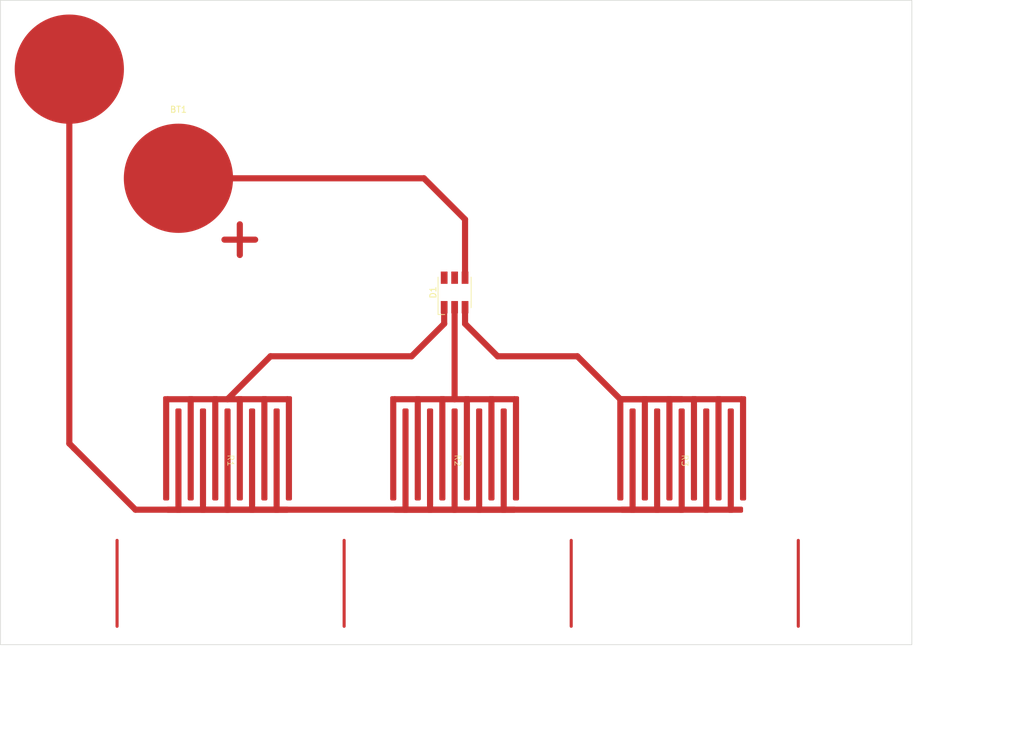
<source format=kicad_pcb>
(kicad_pcb (version 20221018) (generator pcbnew)
  (layers (0 "F.Cu" signal) (31 "B.Cu" signal) (34 "B.Paste" user) (35 "F.Paste" user) (36 "B.SilkS" user "B.Silkscreen") (37 "F.SilkS" user "F.Silkscreen") (38 "B.Mask" user) (39 "F.Mask" user) (44 "Edge.Cuts" user))
  (net 0 "")
  (net 1 "Net-(BT1-+)")
  (net 2 "Net-(BT1--)")
  (net 3 "Net-(D1-RA)")
  (net 4 "Net-(D1-GA)")
  (net 5 "Net-(D1-BA)")
  (footprint "LED_SMD:LED_RGB_5050-6" (layer "F.Cu") (at 109 92.6 90)
    (fp_text reference "D1" (at 0 -3.5 90) (layer "F.SilkS"))
    (fp_text value "LED_RGBK")
    (fp_line (start -3.6 -2.7) (end 2.5 -2.7) (stroke (width 0.12)) (layer "F.SilkS"))
    (fp_line (start -3.6 -1.6) (end -3.6 -2.7) (stroke (width 0.12)) (layer "F.SilkS"))
    (fp_line (start 2.5 2.7) (end -2.5 2.7) (stroke (width 0.12)) (layer "F.SilkS"))
    (pad "1" smd rect (at -2.4 -1.7 180) (size 1.1 2) (layers "F.Cu" "F.Paste" "F.Mask") (net 3 "Net-(D1-RA)"))
    (pad "2" smd rect (at -2.4 0 180) (size 1.1 2) (layers "F.Cu" "F.Paste" "F.Mask") (net 4 "Net-(D1-GA)"))
    (pad "3" smd rect (at -2.4 1.7 180) (size 1.1 2) (layers "F.Cu" "F.Paste" "F.Mask") (net 5 "Net-(D1-BA)"))
    (pad "4" smd rect (at 2.4 1.7 180) (size 1.1 2) (layers "F.Cu" "F.Paste" "F.Mask") (net 2 "Net-(BT1--)"))
    (pad "5" smd rect (at 2.4 0 180) (size 1.1 2) (layers "F.Cu" "F.Paste" "F.Mask"))
    (pad "6" smd rect (at 2.4 -1.7 180) (size 1.1 2) (layers "F.Cu" "F.Paste" "F.Mask"))
  )
  (footprint "CHAIR:Humidity_Sensor_Printed_Electronics" (layer "F.Cu") (at 72 120 -90)
    (fp_text reference "R1" (at 0 -0.5 -90 unlocked) (layer "F.SilkS") (effects (font (thickness 0.1))))
    (fp_text value "R_Variable")
    (pad "1" smd roundrect (at -10 0 270) (size 1 20) (layers "F.Cu" "F.Paste" "F.Mask") (net 3 "Net-(D1-RA)"))
    (pad "1" smd roundrect (at -2 -10) (size 1 17) (layers "F.Cu" "F.Paste" "F.Mask") (net 3 "Net-(D1-RA)"))
    (pad "1" smd roundrect (at -2 -6) (size 1 17) (layers "F.Cu" "F.Paste" "F.Mask") (net 3 "Net-(D1-RA)"))
    (pad "1" smd roundrect (at -2 -2) (size 1 17) (layers "F.Cu" "F.Paste" "F.Mask") (net 3 "Net-(D1-RA)"))
    (pad "1" smd roundrect (at -2 2) (size 1 17) (layers "F.Cu" "F.Paste" "F.Mask") (net 3 "Net-(D1-RA)"))
    (pad "1" smd roundrect (at -2 6) (size 1 17) (layers "F.Cu" "F.Paste" "F.Mask") (net 3 "Net-(D1-RA)"))
    (pad "1" smd roundrect (at -2 10) (size 1 17) (layers "F.Cu" "F.Paste" "F.Mask") (net 3 "Net-(D1-RA)"))
    (pad "2" smd roundrect (at 0 -8) (size 1 17) (layers "F.Cu" "F.Paste" "F.Mask") (net 1 "Net-(BT1-+)"))
    (pad "2" smd roundrect (at 0 -4) (size 1 17) (layers "F.Cu" "F.Paste" "F.Mask") (net 1 "Net-(BT1-+)"))
    (pad "2" smd roundrect (at 0 0) (size 1 17) (layers "F.Cu" "F.Paste" "F.Mask") (net 1 "Net-(BT1-+)"))
    (pad "2" smd roundrect (at 0 4) (size 1 17) (layers "F.Cu" "F.Paste" "F.Mask") (net 1 "Net-(BT1-+)"))
    (pad "2" smd roundrect (at 0 8) (size 1 17) (layers "F.Cu" "F.Paste" "F.Mask") (net 1 "Net-(BT1-+)"))
    (pad "2" smd roundrect (at 8 0 270) (size 1 20) (layers "F.Cu" "F.Paste" "F.Mask") (net 1 "Net-(BT1-+)"))
  )
  (footprint "CHAIR:Humidity_Sensor_Printed_Electronics" (layer "F.Cu") (at 109 120 -90)
    (fp_text reference "R2" (at 0 -0.5 -90 unlocked) (layer "F.SilkS") (effects (font (thickness 0.1))))
    (fp_text value "R_Variable")
    (pad "1" smd roundrect (at -10 0 270) (size 1 20) (layers "F.Cu" "F.Paste" "F.Mask") (net 4 "Net-(D1-GA)"))
    (pad "1" smd roundrect (at -2 -10) (size 1 17) (layers "F.Cu" "F.Paste" "F.Mask") (net 4 "Net-(D1-GA)"))
    (pad "1" smd roundrect (at -2 -6) (size 1 17) (layers "F.Cu" "F.Paste" "F.Mask") (net 4 "Net-(D1-GA)"))
    (pad "1" smd roundrect (at -2 -2) (size 1 17) (layers "F.Cu" "F.Paste" "F.Mask") (net 4 "Net-(D1-GA)"))
    (pad "1" smd roundrect (at -2 2) (size 1 17) (layers "F.Cu" "F.Paste" "F.Mask") (net 4 "Net-(D1-GA)"))
    (pad "1" smd roundrect (at -2 6) (size 1 17) (layers "F.Cu" "F.Paste" "F.Mask") (net 4 "Net-(D1-GA)"))
    (pad "1" smd roundrect (at -2 10) (size 1 17) (layers "F.Cu" "F.Paste" "F.Mask") (net 4 "Net-(D1-GA)"))
    (pad "2" smd roundrect (at 0 -8) (size 1 17) (layers "F.Cu" "F.Paste" "F.Mask") (net 1 "Net-(BT1-+)"))
    (pad "2" smd roundrect (at 0 -4) (size 1 17) (layers "F.Cu" "F.Paste" "F.Mask") (net 1 "Net-(BT1-+)"))
    (pad "2" smd roundrect (at 0 0) (size 1 17) (layers "F.Cu" "F.Paste" "F.Mask") (net 1 "Net-(BT1-+)"))
    (pad "2" smd roundrect (at 0 4) (size 1 17) (layers "F.Cu" "F.Paste" "F.Mask") (net 1 "Net-(BT1-+)"))
    (pad "2" smd roundrect (at 0 8) (size 1 17) (layers "F.Cu" "F.Paste" "F.Mask") (net 1 "Net-(BT1-+)"))
    (pad "2" smd roundrect (at 8 0 270) (size 1 20) (layers "F.Cu" "F.Paste" "F.Mask") (net 1 "Net-(BT1-+)"))
  )
  (footprint "CHAIR:BatteryHolder_2032_Printed_Electronics" (layer "F.Cu") (at 64 74)
    (fp_text reference "BT1" (at 0 -11.2) (layer "F.SilkS"))
    (fp_text value "Battery_Cell")
    (fp_line (start 7.5 10) (end 12.5 10) (stroke (width 1)) (layer "F.Cu"))
    (fp_line (start 10 7.5) (end 10 12.5) (stroke (width 1)) (layer "F.Cu"))
    (pad "1" smd circle (at -17.78 -17.78) (size 17.8 17.8) (layers "F.Cu" "F.Mask") (net 1 "Net-(BT1-+)"))
    (pad "2" smd circle (at 0 0) (size 17.8 17.8) (layers "F.Cu" "F.Mask") (net 2 "Net-(BT1--)"))
  )
  (footprint "CHAIR:Humidity_Sensor_Printed_Electronics" (layer "F.Cu") (at 146 120 -90)
    (fp_text reference "R3" (at 0 -0.5 -90 unlocked) (layer "F.SilkS") (effects (font (thickness 0.1))))
    (fp_text value "R_Variable")
    (pad "1" smd roundrect (at -10 0 270) (size 1 20) (layers "F.Cu" "F.Paste" "F.Mask") (net 5 "Net-(D1-BA)"))
    (pad "1" smd roundrect (at -2 -10) (size 1 17) (layers "F.Cu" "F.Paste" "F.Mask") (net 5 "Net-(D1-BA)"))
    (pad "1" smd roundrect (at -2 -6) (size 1 17) (layers "F.Cu" "F.Paste" "F.Mask") (net 5 "Net-(D1-BA)"))
    (pad "1" smd roundrect (at -2 -2) (size 1 17) (layers "F.Cu" "F.Paste" "F.Mask") (net 5 "Net-(D1-BA)"))
    (pad "1" smd roundrect (at -2 2) (size 1 17) (layers "F.Cu" "F.Paste" "F.Mask") (net 5 "Net-(D1-BA)"))
    (pad "1" smd roundrect (at -2 6) (size 1 17) (layers "F.Cu" "F.Paste" "F.Mask") (net 5 "Net-(D1-BA)"))
    (pad "1" smd roundrect (at -2 10) (size 1 17) (layers "F.Cu" "F.Paste" "F.Mask") (net 5 "Net-(D1-BA)"))
    (pad "2" smd roundrect (at 0 -8) (size 1 17) (layers "F.Cu" "F.Paste" "F.Mask") (net 1 "Net-(BT1-+)"))
    (pad "2" smd roundrect (at 0 -4) (size 1 17) (layers "F.Cu" "F.Paste" "F.Mask") (net 1 "Net-(BT1-+)"))
    (pad "2" smd roundrect (at 0 0) (size 1 17) (layers "F.Cu" "F.Paste" "F.Mask") (net 1 "Net-(BT1-+)"))
    (pad "2" smd roundrect (at 0 4) (size 1 17) (layers "F.Cu" "F.Paste" "F.Mask") (net 1 "Net-(BT1-+)"))
    (pad "2" smd roundrect (at 0 8) (size 1 17) (layers "F.Cu" "F.Paste" "F.Mask") (net 1 "Net-(BT1-+)"))
    (pad "2" smd roundrect (at 8 0 270) (size 1 20) (layers "F.Cu" "F.Paste" "F.Mask") (net 1 "Net-(BT1-+)"))
  )
  (gr_line (start 91 133) (end 91 147) (stroke (width 0.5)) (layer "F.Cu"))
  (gr_line (start 165 133) (end 165 147) (stroke (width 0.5)) (layer "F.Cu"))
  (gr_line (start 128 133) (end 128 147) (stroke (width 0.5)) (layer "F.Cu"))
  (gr_line (start 54 133) (end 54 147) (stroke (width 0.5)) (layer "F.Cu"))
  (gr_rect (start 35 45) (end 183.5 150) (stroke (width 0.1)) (fill none) (layer "Edge.Cuts"))
  (segment (start 109 128) (end 146 128) (width 1) (layer "F.Cu") (net 1))
  (segment (start 46.22 117.22) (end 47 118) (width 1) (layer "F.Cu") (net 1))
  (segment (start 57 128) (end 47 118) (width 1) (layer "F.Cu") (net 1))
  (segment (start 46.22 56.22) (end 46.22 117.22) (width 1) (layer "F.Cu") (net 1))
  (segment (start 72 128) (end 57 128) (width 1) (layer "F.Cu") (net 1))
  (segment (start 109 128) (end 72 128) (width 1) (layer "F.Cu") (net 1))
  (segment (start 64 74) (end 104 74) (width 1) (layer "F.Cu") (net 2))
  (segment (start 104 74) (end 110.7 80.7) (width 1) (layer "F.Cu") (net 2))
  (segment (start 110.7 80.7) (end 110.7 90.2) (width 1) (layer "F.Cu") (net 2))
  (segment (start 107.3 95) (end 107.3 97.7) (width 1) (layer "F.Cu") (net 3))
  (segment (start 79 103) (end 72 110) (width 1) (layer "F.Cu") (net 3))
  (segment (start 107.3 97.7) (end 102 103) (width 1) (layer "F.Cu") (net 3))
  (segment (start 102 103) (end 79 103) (width 1) (layer "F.Cu") (net 3))
  (segment (start 109 110) (end 109 95) (width 1) (layer "F.Cu") (net 4))
  (segment (start 129 103) (end 136 110) (width 1) (layer "F.Cu") (net 5))
  (segment (start 110.7 97.7) (end 116 103) (width 1) (layer "F.Cu") (net 5))
  (segment (start 110.7 95) (end 110.7 97.7) (width 1) (layer "F.Cu") (net 5))
  (segment (start 136 110) (end 146 110) (width 1) (layer "F.Cu") (net 5))
  (segment (start 116 103) (end 129 103) (width 1) (layer "F.Cu") (net 5))
)
</source>
